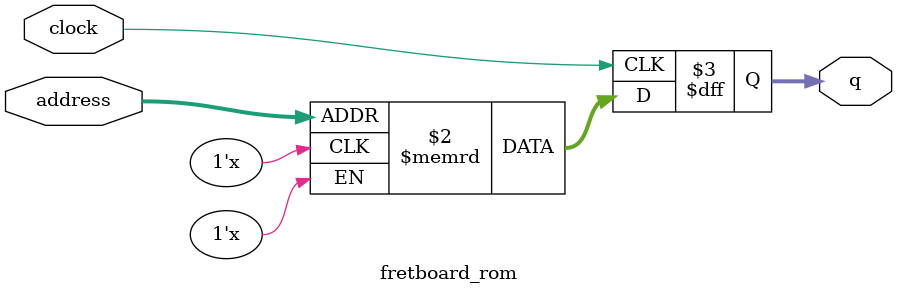
<source format=sv>
module fretboard_rom (
	input logic clock,
	input logic [17:0] address,
	output logic [3:0] q
);

logic [3:0] memory [0:153599] /* synthesis ram_init_file = "./fretboard/fretboard.COE" */;

always_ff @ (posedge clock) begin
	q <= memory[address];
end

endmodule

</source>
